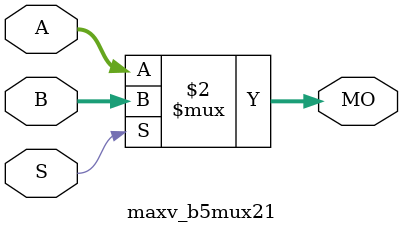
<source format=v>
module maxv_b5mux21 (MO, A, B, S);
   input [4:0] A, B;
   input       S;
   output [4:0] MO; 
   assign MO = (S == 1) ? B : A; 
endmodule
</source>
